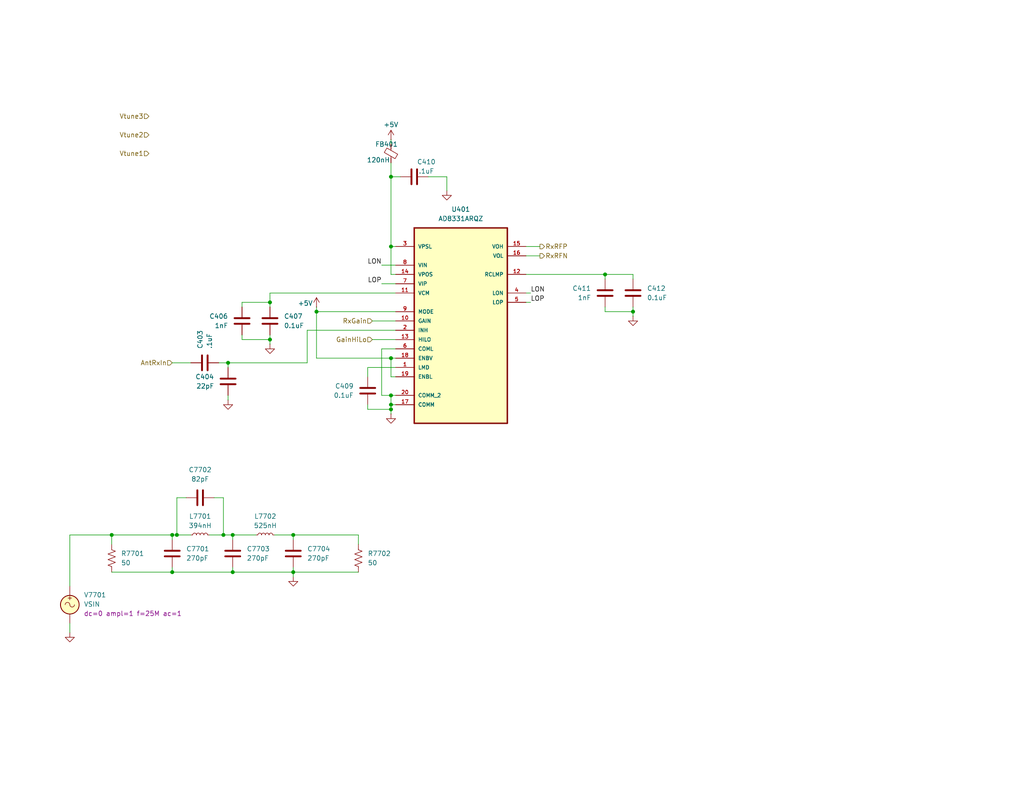
<source format=kicad_sch>
(kicad_sch (version 20250114) (generator "eeschema") (generator_version "9.0")
  (paper "A")
  (title_block (title "Receive Front End") (date "2025-03-26") (company "SoftShack") (comment 1 "Alan Mimms") (comment 2 "WB7NAB"))
  (lib_symbols
    (symbol "AD8331ARQZ:AD8331ARQZ" (pin_names (offset 1.016))
      (property "Reference" "U" (at -5.2832 25.4254 0))
      (property "Value" "AD8331ARQZ" (at -3.0226 -35.2298 0))
      (symbol "AD8331ARQZ_0_0"
        (rectangle (start -12.7 -30.48) (end 12.7 22.86) (stroke (width 0.4064)) (fill (type background)))
        (pin power_in line (at -17.78 17.78 0) (length 5.08) (name "VPSL") (number "3"))
        (pin input line (at -17.78 12.7 0) (length 5.08) (name "VIN") (number "8"))
        (pin power_in line (at -17.78 10.16 0) (length 5.08) (name "VPOS") (number "14"))
        (pin input line (at -17.78 7.62 0) (length 5.08) (name "VIP") (number "7"))
        (pin input line (at -17.78 5.08 0) (length 5.08) (name "VCM") (number "11"))
        (pin input line (at -17.78 0 0) (length 5.08) (name "MODE") (number "9"))
        (pin input line (at -17.78 -2.54 0) (length 5.08) (name "GAIN") (number "10"))
        (pin input line (at -17.78 -5.08 0) (length 5.08) (name "INH") (number "2"))
        (pin input line (at -17.78 -7.62 0) (length 5.08) (name "HILO") (number "13"))
        (pin passive line (at -17.78 -10.16 0) (length 5.08) (name "COML") (number "6"))
        (pin input line (at -17.78 -12.7 0) (length 5.08) (name "ENBV") (number "18"))
        (pin input line (at -17.78 -15.24 0) (length 5.08) (name "LMD") (number "1"))
        (pin input line (at -17.78 -17.78 0) (length 5.08) (name "ENBL") (number "19"))
        (pin passive line (at -17.78 -22.86 0) (length 5.08) (name "COMM_2") (number "20"))
        (pin passive line (at -17.78 -25.4 0) (length 5.08) (name "COMM") (number "17"))
        (pin output line (at 17.78 17.78 180) (length 5.08) (name "VOH") (number "15"))
        (pin output line (at 17.78 15.24 180) (length 5.08) (name "VOL") (number "16"))
        (pin output line (at 17.78 10.16 180) (length 5.08) (name "RCLMP") (number "12"))
        (pin output line (at 17.78 5.08 180) (length 5.08) (name "LON") (number "4"))
        (pin output line (at 17.78 2.54 180) (length 5.08) (name "LOP") (number "5"))
      )
    )
    (symbol "Device:C" (pin_numbers (hide yes)) (pin_names (offset 0.254))
      (property "Reference" "C" (at 0.635 2.54 0))
      (property "Value" "C" (at 0.635 -2.54 0))
      (symbol "C_0_1"
        (polyline (pts (xy -2.032 0.762) (xy 2.032 0.762)) (stroke (width 0.508)))
        (polyline (pts (xy -2.032 -0.762) (xy 2.032 -0.762)) (stroke (width 0.508)))
      )
      (symbol "C_1_1"
        (pin passive line (at 0 3.81 270) (length 2.794) (name "~") (number "1"))
        (pin passive line (at 0 -3.81 90) (length 2.794) (name "~") (number "2"))
      )
    )
    (symbol "Device:FerriteBead_Small" (pin_numbers (hide yes)) (pin_names (offset 0))
      (property "Reference" "FB" (at 1.905 1.27 0))
      (property "Value" "FerriteBead_Small" (at 1.905 -1.27 0))
      (symbol "FerriteBead_Small_0_1"
        (polyline (pts (xy -1.8288 0.2794) (xy -1.1176 1.4986) (xy 1.8288 -0.2032) (xy 1.1176 -1.4224) (xy -1.8288 0.2794)))
        (polyline (pts (xy 0 0.889) (xy 0 1.2954)))
        (polyline (pts (xy 0 -1.27) (xy 0 -0.7874)))
      )
      (symbol "FerriteBead_Small_1_1"
        (pin passive line (at 0 2.54 270) (length 1.27) (name "~") (number "1"))
        (pin passive line (at 0 -2.54 90) (length 1.27) (name "~") (number "2"))
      )
    )
    (symbol "Device:L_Small" (pin_numbers (hide yes)) (pin_names (offset 0.254) (hide yes))
      (property "Reference" "L" (at 0.762 1.016 0))
      (property "Value" "L_Small" (at 0.762 -1.016 0))
      (symbol "L_Small_0_1"
        (arc (start 0 2.032) (mid 0.5058 1.524) (end 0 1.016))
        (arc (start 0 1.016) (mid 0.5058 0.508) (end 0 0))
        (arc (start 0 0) (mid 0.5058 -0.508) (end 0 -1.016))
        (arc (start 0 -1.016) (mid 0.5058 -1.524) (end 0 -2.032))
      )
      (symbol "L_Small_1_1"
        (pin passive line (at 0 2.54 270) (length 0.508) (name "~") (number "1"))
        (pin passive line (at 0 -2.54 90) (length 0.508) (name "~") (number "2"))
      )
    )
    (symbol "Device:R_US" (pin_numbers (hide yes)) (pin_names (offset 0))
      (property "Reference" "R" (at 2.54 0 90))
      (property "Value" "R_US" (at -2.54 0 90))
      (symbol "R_US_0_1"
        (polyline (pts (xy 0 2.286) (xy 0 2.54)))
        (polyline (pts (xy 0 2.286) (xy 1.016 1.905) (xy 0 1.524) (xy -1.016 1.143) (xy 0 0.762)))
        (polyline (pts (xy 0 0.762) (xy 1.016 0.381) (xy 0 0) (xy -1.016 -0.381) (xy 0 -0.762)))
        (polyline (pts (xy 0 -0.762) (xy 1.016 -1.143) (xy 0 -1.524) (xy -1.016 -1.905) (xy 0 -2.286)))
        (polyline (pts (xy 0 -2.286) (xy 0 -2.54)))
      )
      (symbol "R_US_1_1"
        (pin passive line (at 0 3.81 270) (length 1.27) (name "~") (number "1"))
        (pin passive line (at 0 -3.81 90) (length 1.27) (name "~") (number "2"))
      )
    )
    (symbol "Simulation_SPICE:VSIN" (pin_numbers (hide yes)) (pin_names (offset 0.0254))
      (property "Reference" "V" (at 2.54 2.54 0))
      (property "Value" "VSIN" (at 2.54 0 0))
      (property "Sim.Params" "dc=0 ampl=1 f=1k ac=1" (at 2.54 -2.54 0))
      (symbol "VSIN_0_0"
        (arc (start -1.27 0) (mid -0.635 0.6323) (end 0 0))
        (arc (start 1.27 0) (mid 0.635 -0.6323) (end 0 0))
        (text "+" (at 0 1.905 0) (effects (font (size 1.27 1.27))))
      )
      (symbol "VSIN_0_1"
        (circle (center 0 0) (radius 2.54) (stroke (width 0.254)) (fill (type background)))
      )
      (symbol "VSIN_1_1"
        (pin passive line (at 0 5.08 270) (length 2.54) (name "~") (number "1"))
        (pin passive line (at 0 -5.08 90) (length 2.54) (name "~") (number "2"))
      )
    )
    (symbol "power:+5V" (power) (pin_numbers (hide yes)) (pin_names (offset 0) (hide yes))
      (property "Value" "+5V" (at 0 3.556 0))
      (symbol "+5V_0_1"
        (polyline (pts (xy -0.762 1.27) (xy 0 2.54)))
        (polyline (pts (xy 0 2.54) (xy 0.762 1.27)))
        (polyline (pts (xy 0 0) (xy 0 2.54)))
      )
      (symbol "+5V_1_1"
        (pin power_in line (at 0 0 90) (length 0) (name "~") (number "1"))
      )
    )
    (symbol "power:+5VA" (power) (pin_numbers (hide yes)) (pin_names (offset 0) (hide yes))
      (property "Value" "+5VA" (at 0 3.556 0))
      (symbol "+5VA_0_1"
        (polyline (pts (xy -0.762 1.27) (xy 0 2.54)))
        (polyline (pts (xy 0 2.54) (xy 0.762 1.27)))
        (polyline (pts (xy 0 0) (xy 0 2.54)))
      )
      (symbol "+5VA_1_1"
        (pin power_in line (at 0 0 90) (length 0) (name "~") (number "1"))
      )
    )
    (symbol "power:GND" (power) (pin_numbers (hide yes)) (pin_names (offset 0) (hide yes))
      (property "Value" "GND" (at 0 -3.81 0))
      (symbol "GND_0_1"
        (polyline (pts (xy 0 0) (xy 0 -1.27) (xy 1.27 -1.27) (xy 0 -2.54) (xy -1.27 -1.27) (xy 0 -1.27)))
      )
      (symbol "GND_1_1"
        (pin power_in line (at 0 0 270) (length 0) (name "~") (number "1"))
      )
    )
  )
  (junction (at 60.96 146.05))
  (junction (at 172.72 85.09))
  (junction (at 106.68 48.26))
  (junction (at 106.68 107.95))
  (junction (at 62.23 99.06))
  (junction (at 30.48 146.05))
  (junction (at 86.36 85.09))
  (junction (at 80.01 146.05))
  (junction (at 106.68 67.31))
  (junction (at 46.99 146.05))
  (junction (at 73.66 82.55))
  (junction (at 63.5 156.21))
  (junction (at 63.5 146.05))
  (junction (at 106.68 111.76))
  (junction (at 48.26 146.05))
  (junction (at 46.99 156.21))
  (junction (at 106.68 97.79))
  (junction (at 165.1 74.93))
  (junction (at 106.68 110.49))
  (junction (at 73.66 92.71))
  (junction (at 80.01 156.21))
  (wire (pts (xy 86.36 85.09) (xy 107.95 85.09)))
  (wire (pts (xy 73.66 91.44) (xy 73.66 92.71)))
  (wire (pts (xy 143.51 67.31) (xy 147.32 67.31)))
  (wire (pts (xy 106.68 74.93) (xy 106.68 67.31)))
  (wire (pts (xy 63.5 154.94) (xy 63.5 156.21)))
  (wire (pts (xy 106.68 110.49) (xy 107.95 110.49)))
  (wire (pts (xy 46.99 154.94) (xy 46.99 156.21)))
  (wire (pts (xy 143.51 69.85) (xy 147.32 69.85)))
  (wire (pts (xy 100.33 100.33) (xy 100.33 102.87)))
  (wire (pts (xy 97.79 146.05) (xy 80.01 146.05)))
  (wire (pts (xy 30.48 156.21) (xy 46.99 156.21)))
  (wire (pts (xy 107.95 100.33) (xy 100.33 100.33)))
  (wire (pts (xy 121.92 48.26) (xy 121.92 52.07)))
  (wire (pts (xy 58.42 135.89) (xy 60.96 135.89)))
  (wire (pts (xy 104.14 72.39) (xy 107.95 72.39)))
  (wire (pts (xy 83.82 90.17) (xy 83.82 99.06)))
  (wire (pts (xy 80.01 156.21) (xy 80.01 157.48)))
  (wire (pts (xy 100.33 111.76) (xy 106.68 111.76)))
  (wire (pts (xy 116.84 48.26) (xy 121.92 48.26)))
  (wire (pts (xy 83.82 99.06) (xy 62.23 99.06)))
  (wire (pts (xy 104.14 95.25) (xy 104.14 107.95)))
  (wire (pts (xy 46.99 147.32) (xy 46.99 146.05)))
  (wire (pts (xy 172.72 85.09) (xy 172.72 86.36)))
  (wire (pts (xy 106.68 110.49) (xy 106.68 111.76)))
  (wire (pts (xy 100.33 110.49) (xy 100.33 111.76)))
  (wire (pts (xy 165.1 74.93) (xy 165.1 76.2)))
  (wire (pts (xy 73.66 80.01) (xy 73.66 82.55)))
  (wire (pts (xy 46.99 99.06) (xy 52.07 99.06)))
  (wire (pts (xy 66.04 92.71) (xy 73.66 92.71)))
  (wire (pts (xy 104.14 77.47) (xy 107.95 77.47)))
  (wire (pts (xy 19.05 170.18) (xy 19.05 172.72)))
  (wire (pts (xy 165.1 85.09) (xy 172.72 85.09)))
  (wire (pts (xy 101.6 87.63) (xy 107.95 87.63)))
  (wire (pts (xy 63.5 146.05) (xy 69.85 146.05)))
  (wire (pts (xy 62.23 99.06) (xy 62.23 100.33)))
  (wire (pts (xy 86.36 97.79) (xy 106.68 97.79)))
  (wire (pts (xy 62.23 107.95) (xy 62.23 109.22)))
  (wire (pts (xy 80.01 154.94) (xy 80.01 156.21)))
  (wire (pts (xy 80.01 156.21) (xy 97.79 156.21)))
  (wire (pts (xy 143.51 80.01) (xy 144.78 80.01)))
  (wire (pts (xy 46.99 146.05) (xy 48.26 146.05)))
  (wire (pts (xy 73.66 92.71) (xy 73.66 93.98)))
  (wire (pts (xy 143.51 82.55) (xy 144.78 82.55)))
  (wire (pts (xy 165.1 83.82) (xy 165.1 85.09)))
  (wire (pts (xy 106.68 102.87) (xy 106.68 97.79)))
  (wire (pts (xy 63.5 156.21) (xy 80.01 156.21)))
  (wire (pts (xy 106.68 44.45) (xy 106.68 48.26)))
  (wire (pts (xy 106.68 48.26) (xy 106.68 67.31)))
  (wire (pts (xy 30.48 148.59) (xy 30.48 146.05)))
  (wire (pts (xy 19.05 160.02) (xy 19.05 146.05)))
  (wire (pts (xy 30.48 146.05) (xy 46.99 146.05)))
  (wire (pts (xy 66.04 82.55) (xy 66.04 83.82)))
  (wire (pts (xy 109.22 48.26) (xy 106.68 48.26)))
  (wire (pts (xy 107.95 74.93) (xy 106.68 74.93)))
  (wire (pts (xy 107.95 95.25) (xy 104.14 95.25)))
  (wire (pts (xy 80.01 146.05) (xy 80.01 147.32)))
  (wire (pts (xy 63.5 146.05) (xy 63.5 147.32)))
  (wire (pts (xy 172.72 83.82) (xy 172.72 85.09)))
  (wire (pts (xy 48.26 146.05) (xy 52.07 146.05)))
  (wire (pts (xy 66.04 91.44) (xy 66.04 92.71)))
  (wire (pts (xy 107.95 107.95) (xy 106.68 107.95)))
  (wire (pts (xy 172.72 74.93) (xy 172.72 76.2)))
  (wire (pts (xy 74.93 146.05) (xy 80.01 146.05)))
  (wire (pts (xy 48.26 135.89) (xy 48.26 146.05)))
  (wire (pts (xy 60.96 135.89) (xy 60.96 146.05)))
  (wire (pts (xy 106.68 107.95) (xy 106.68 110.49)))
  (wire (pts (xy 107.95 102.87) (xy 106.68 102.87)))
  (wire (pts (xy 46.99 156.21) (xy 63.5 156.21)))
  (wire (pts (xy 19.05 146.05) (xy 30.48 146.05)))
  (wire (pts (xy 73.66 82.55) (xy 73.66 83.82)))
  (wire (pts (xy 60.96 146.05) (xy 63.5 146.05)))
  (wire (pts (xy 143.51 74.93) (xy 165.1 74.93)))
  (wire (pts (xy 106.68 111.76) (xy 106.68 113.03)))
  (wire (pts (xy 73.66 80.01) (xy 107.95 80.01)))
  (wire (pts (xy 66.04 82.55) (xy 73.66 82.55)))
  (wire (pts (xy 104.14 107.95) (xy 106.68 107.95)))
  (wire (pts (xy 97.79 148.59) (xy 97.79 146.05)))
  (wire (pts (xy 86.36 85.09) (xy 86.36 97.79)))
  (wire (pts (xy 107.95 90.17) (xy 83.82 90.17)))
  (wire (pts (xy 165.1 74.93) (xy 172.72 74.93)))
  (wire (pts (xy 57.15 146.05) (xy 60.96 146.05)))
  (wire (pts (xy 106.68 67.31) (xy 107.95 67.31)))
  (wire (pts (xy 50.8 135.89) (xy 48.26 135.89)))
  (wire (pts (xy 101.6 92.71) (xy 107.95 92.71)))
  (wire (pts (xy 106.68 38.1) (xy 106.68 39.37)))
  (wire (pts (xy 86.36 83.82) (xy 86.36 85.09)))
  (wire (pts (xy 106.68 97.79) (xy 107.95 97.79)))
  (wire (pts (xy 59.69 99.06) (xy 62.23 99.06)))
  (label "LON" (at 104.14 72.39 180))
  (label "LOP" (at 104.14 77.47 180))
  (label "LOP" (at 144.78 82.55 0))
  (label "LON" (at 144.78 80.01 0))
  (hierarchical_label "Vtune3" (shape input) (at 40.64 31.75 180))
  (hierarchical_label "RxRFP" (shape output) (at 147.32 67.31 0))
  (hierarchical_label "RxGain" (shape input) (at 101.6 87.63 180))
  (hierarchical_label "Vtune1" (shape input) (at 40.64 41.91 180))
  (hierarchical_label "Vtune2" (shape input) (at 40.64 36.83 180))
  (hierarchical_label "RxRFN" (shape output) (at 147.32 69.85 0))
  (hierarchical_label "AntRxIn" (shape input) (at 46.99 99.06 180))
  (hierarchical_label "GainHiLo" (shape input) (at 101.6 92.71 180))
  (symbol (lib_id "power:GND") (at 62.23 109.22 0) (unit 1)
    (property "Reference" "#PWR0402" (effects (hide yes)))
    (property "Value" "GND" (effects (hide yes)))
    (property "Description" "Power symbol creates a global label with name \"GND\" , ground" (effects (hide yes)))
  )
  (symbol (lib_id "power:GND") (at 19.05 172.72 0) (unit 1)
    (property "Reference" "#PWR0401" (effects (hide yes)))
    (property "Value" "GND" (effects (hide yes)))
    (property "Description" "Power symbol creates a global label with name \"GND\" , ground" (effects (hide yes)))
  )
  (symbol (lib_id "power:GND") (at 172.72 86.36 0) (unit 1)
    (property "Reference" "#PWR0409" (effects (hide yes)))
    (property "Value" "GND" (effects (hide yes)))
    (property "Description" "Power symbol creates a global label with name \"GND\" , ground" (effects (hide yes)))
  )
  (symbol (lib_id "power:+5VA") (at 106.68 38.1 0) (unit 1)
    (property "Reference" "#PWR0406" (effects (hide yes)))
    (property "Value" "+5V" (at 106.68 34.036 0))
    (property "Description" "Power symbol creates a global label with name \"+5VA\"" (effects (hide yes)))
  )
  (symbol (lib_id "Device:C") (at 46.99 151.13 0) (unit 1)
    (property "Reference" "C7701" (at 50.8 149.8599 0) (effects (justify left)))
    (property "Value" "270pF" (at 50.8 152.3999 0) (effects (justify left)))
    (property "Description" "Unpolarized capacitor" (effects (hide yes)))
  )
  (symbol (lib_id "Device:C") (at 63.5 151.13 0) (unit 1)
    (property "Reference" "C7703" (at 67.31 149.8599 0) (effects (justify left)))
    (property "Value" "270pF" (at 67.31 152.3999 0) (effects (justify left)))
    (property "Description" "Unpolarized capacitor" (effects (hide yes)))
  )
  (symbol (lib_id "AD8331ARQZ:AD8331ARQZ") (at 125.73 85.09 0) (unit 1)
    (property "Reference" "U401" (at 125.73 57.15 0))
    (property "Value" "AD8331ARQZ" (at 125.73 59.69 0))
    (property "Footprint" "AD8331ARQZ:SOP64P600X165-20N" (effects (hide yes)))
    (property "MF" "Analog Devices" (effects (hide yes)))
    (property "Description_1" "Single VGA with Ultralow Noise Preamplifier and Programmable RIN" (effects (hide yes)))
    (property "PACKAGE" "TSSOP-20" (effects (hide yes)))
    (property "MPN" "AD8331ARQZ" (effects (hide yes)))
    (property "Price" "None" (effects (hide yes)))
    (property "Package" "QSOP-20 Analog Devices" (effects (hide yes)))
    (property "OC_FARNELL" "1581949" (effects (hide yes)))
    (property "SnapEDA_Link" "https://www.snapeda.com/parts/AD8331ARQZ/Analog+Devices/view-part/?ref=snap" (effects (hide yes)))
    (property "MP" "AD8331ARQZ" (effects (hide yes)))
    (property "SUPPLIER" "ANALOG DEVICES" (effects (hide yes)))
    (property "OC_NEWARK" "59K6617" (effects (hide yes)))
    (property "Availability" "In Stock" (effects (hide yes)))
    (property "Check_prices" "https://www.snapeda.com/parts/AD8331ARQZ/Analog+Devices/view-part/?ref=eda" (effects (hide yes)))
  )
  (symbol (lib_id "Device:R_US") (at 97.79 152.4 0) (unit 1)
    (property "Reference" "R7702" (at 100.33 151.1299 0) (effects (justify left)))
    (property "Value" "50" (at 100.33 153.6699 0) (effects (justify left)))
    (property "Description" "Resistor, US symbol" (effects (hide yes)))
  )
  (symbol (lib_id "Device:L_Small") (at 54.61 146.05 90) (unit 1)
    (property "Reference" "L7701" (at 54.61 140.97 90))
    (property "Value" "394nH" (at 54.61 143.51 90))
    (property "Description" "Inductor, small symbol" (effects (hide yes)))
  )
  (symbol (lib_id "power:GND") (at 106.68 113.03 0) (unit 1)
    (property "Reference" "#PWR0407" (effects (hide yes)))
    (property "Value" "GND" (effects (hide yes)))
    (property "Description" "Power symbol creates a global label with name \"GND\" , ground" (effects (hide yes)))
  )
  (symbol (lib_id "Device:C") (at 55.88 99.06 90) (unit 1)
    (property "Reference" "C403" (at 54.6099 95.25 0) (effects (justify left)))
    (property "Value" ".1uF" (at 57.1499 95.25 0) (effects (justify left)))
    (property "Description" "Unpolarized capacitor" (effects (hide yes)))
  )
  (symbol (lib_id "Device:C") (at 172.72 80.01 0) (unit 1)
    (property "Reference" "C412" (at 176.53 78.7399 0) (effects (justify left)))
    (property "Value" "0.1uF" (at 176.53 81.2799 0) (effects (justify left)))
    (property "Description" "Unpolarized capacitor" (effects (hide yes)))
  )
  (symbol (lib_id "Device:C") (at 165.1 80.01 0) (mirror y) (unit 1)
    (property "Reference" "C411" (at 161.29 78.7399 0) (effects (justify left)))
    (property "Value" "1nF" (at 161.29 81.2799 0) (effects (justify left)))
    (property "Description" "Unpolarized capacitor" (effects (hide yes)))
  )
  (symbol (lib_id "power:GND") (at 73.66 93.98 0) (unit 1)
    (property "Reference" "#PWR0403" (effects (hide yes)))
    (property "Value" "GND" (effects (hide yes)))
    (property "Description" "Power symbol creates a global label with name \"GND\" , ground" (effects (hide yes)))
  )
  (symbol (lib_id "Device:L_Small") (at 72.39 146.05 90) (unit 1)
    (property "Reference" "L7702" (at 72.39 140.97 90))
    (property "Value" "525nH" (at 72.39 143.51 90))
    (property "Description" "Inductor, small symbol" (effects (hide yes)))
  )
  (symbol (lib_id "Device:C") (at 80.01 151.13 0) (unit 1)
    (property "Reference" "C7704" (at 83.82 149.8599 0) (effects (justify left)))
    (property "Value" "270pF" (at 83.82 152.3999 0) (effects (justify left)))
    (property "Description" "Unpolarized capacitor" (effects (hide yes)))
  )
  (symbol (lib_id "Simulation_SPICE:VSIN") (at 19.05 165.1 0) (unit 1)
    (property "Reference" "V7701" (at 22.86 162.4301 0) (effects (justify left)))
    (property "Value" "VSIN" (at 22.86 164.9701 0) (effects (justify left)))
    (property "Datasheet" "https://ngspice.sourceforge.io/docs/ngspice-html-manual/manual.xhtml#sec_Independent_Sources_for" (effects (hide yes)))
    (property "Description" "Voltage source, sinusoidal" (effects (hide yes)))
    (property "Sim.Pins" "1=+ 2=-" (effects (hide yes)))
    (property "Sim.Params" "dc=0 ampl=1 f=25M ac=1" (at 22.86 167.5101 0) (effects (justify left)))
    (property "Sim.Type" "SIN" (effects (hide yes)))
    (property "Sim.Device" "V" (effects (hide yes)))
  )
  (symbol (lib_id "Device:C") (at 100.33 106.68 0) (mirror y) (unit 1)
    (property "Reference" "C409" (at 96.52 105.4099 0) (effects (justify left)))
    (property "Value" "0.1uF" (at 96.52 107.9499 0) (effects (justify left)))
    (property "Description" "Unpolarized capacitor" (effects (hide yes)))
  )
  (symbol (lib_id "Device:FerriteBead_Small") (at 106.68 41.91 0) (unit 1)
    (property "Reference" "FB401" (at 102.362 39.37 0) (effects (justify left)))
    (property "Value" "120nH" (at 100.076 43.688 0) (effects (justify left)))
    (property "Description" "Ferrite bead, small symbol" (effects (hide yes)))
  )
  (symbol (lib_id "Device:C") (at 73.66 87.63 0) (unit 1)
    (property "Reference" "C407" (at 77.47 86.3599 0) (effects (justify left)))
    (property "Value" "0.1uF" (at 77.47 88.8999 0) (effects (justify left)))
    (property "Description" "Unpolarized capacitor" (effects (hide yes)))
  )
  (symbol (lib_id "Device:C") (at 113.03 48.26 90) (unit 1)
    (property "Reference" "C410" (at 116.332 44.196 90))
    (property "Value" ".1uF" (at 116.332 46.736 90))
    (property "Description" "Unpolarized capacitor" (effects (hide yes)))
  )
  (symbol (lib_id "Device:R_US") (at 30.48 152.4 0) (unit 1)
    (property "Reference" "R7701" (at 33.02 151.1299 0) (effects (justify left)))
    (property "Value" "50" (at 33.02 153.6699 0) (effects (justify left)))
    (property "Description" "Resistor, US symbol" (effects (hide yes)))
  )
  (symbol (lib_id "power:GND") (at 121.92 52.07 0) (unit 1)
    (property "Reference" "#PWR0408" (effects (hide yes)))
    (property "Value" "GND" (effects (hide yes)))
    (property "Description" "Power symbol creates a global label with name \"GND\" , ground" (effects (hide yes)))
  )
  (symbol (lib_id "Device:C") (at 62.23 104.14 0) (mirror y) (unit 1)
    (property "Reference" "C404" (at 58.42 102.8699 0) (effects (justify left)))
    (property "Value" "22pF" (at 58.42 105.4099 0) (effects (justify left)))
    (property "Description" "Unpolarized capacitor" (effects (hide yes)))
  )
  (symbol (lib_id "Device:C") (at 54.61 135.89 90) (unit 1)
    (property "Reference" "C7702" (at 54.61 128.27 90))
    (property "Value" "82pF" (at 54.61 130.81 90))
    (property "Description" "Unpolarized capacitor" (effects (hide yes)))
  )
  (symbol (lib_id "power:GND") (at 80.01 157.48 0) (unit 1)
    (property "Reference" "#PWR0404" (effects (hide yes)))
    (property "Value" "GND" (effects (hide yes)))
    (property "Description" "Power symbol creates a global label with name \"GND\" , ground" (effects (hide yes)))
  )
  (symbol (lib_id "power:+5V") (at 86.36 83.82 0) (unit 1)
    (property "Reference" "#PWR0405" (effects (hide yes)))
    (property "Value" "+5V" (at 83.312 82.804 0))
    (property "Description" "Power symbol creates a global label with name \"+5V\"" (effects (hide yes)))
  )
  (symbol (lib_id "Device:C") (at 66.04 87.63 0) (mirror y) (unit 1)
    (property "Reference" "C406" (at 62.23 86.3599 0) (effects (justify left)))
    (property "Value" "1nF" (at 62.23 88.8999 0) (effects (justify left)))
    (property "Description" "Unpolarized capacitor" (effects (hide yes)))
  )
)
</source>
